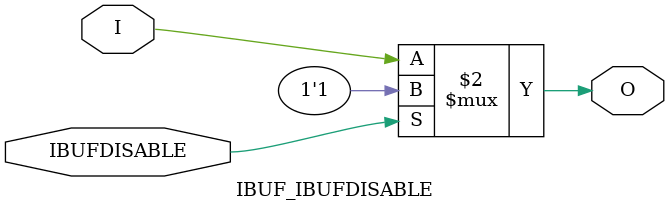
<source format=v>

`timescale  1 ps / 1 ps


module IBUF_IBUFDISABLE (O, I, IBUFDISABLE);

    parameter CAPACITANCE = "DONT_CARE";
    parameter IBUF_DELAY_VALUE = "0";
    parameter IBUF_LOW_PWR = "TRUE";
    parameter IFD_DELAY_VALUE = "AUTO";
    parameter IOSTANDARD = "DEFAULT";
    
    output O;

    input  I;
    input  IBUFDISABLE;

    initial begin
	
        case (CAPACITANCE)

            "LOW", "NORMAL", "DONT_CARE" : ;
            default : begin
                          $display("Attribute Syntax Error : The attribute CAPACITANCE on IBUF_IBUFDISABLE instance %m is set to %s.  Legal values for this attribute are DONT_CARE, LOW or NORMAL.", CAPACITANCE);
                          $finish;
                      end

        endcase


	case (IBUF_DELAY_VALUE)

            "0", "1", "2", "3", "4", "5", "6", "7", "8", "9", "10", "11", "12", "13", "14", "15", "16" : ;
            default : begin
                          $display("Attribute Syntax Error : The attribute IBUF_DELAY_VALUE on IBUF_IBUFDISABLE instance %m is set to %s.  Legal values for this attribute are 0, 1, 2, ... or 16.", IBUF_DELAY_VALUE);
                          $finish;
                      end

        endcase

        case (IBUF_LOW_PWR)

            "FALSE", "TRUE" : ;
            default : begin
                          $display("Attribute Syntax Error : The attribute IBUF_LOW_PWR on IBUF_IBUFDISABLE instance %m is set to %s.  Legal values for this attribute are TRUE or FALSE.", IBUF_LOW_PWR);
                          $finish;
                      end

        endcase


	case (IFD_DELAY_VALUE)

            "AUTO", "0", "1", "2", "3", "4", "5", "6", "7", "8" : ;
            default : begin
                          $display("Attribute Syntax Error : The attribute IFD_DELAY_VALUE on IBUF_IBUFDISABLE instance %m is set to %s.  Legal values for this attribute are AUTO, 0, 1, 2, ... or 8.", IFD_DELAY_VALUE);
                          $finish;
                      end

	endcase
	
    end

   assign O = (IBUFDISABLE == 0) ? I: 1'b1;
endmodule


</source>
